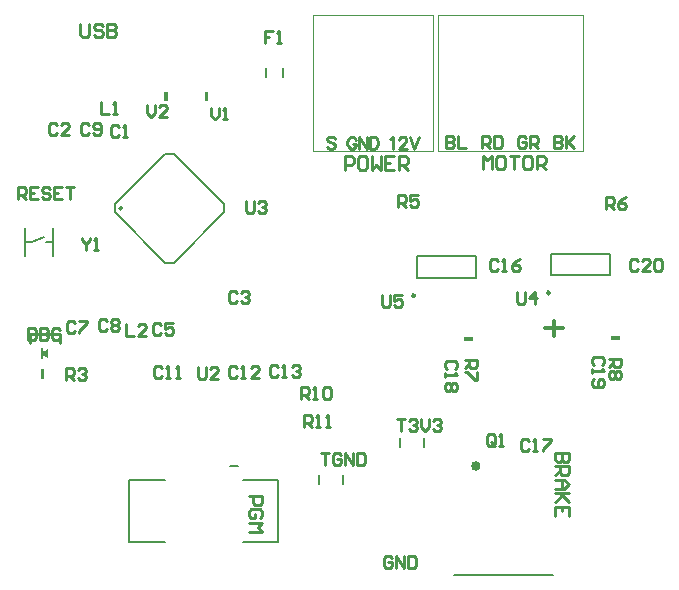
<source format=gto>
G04 Layer_Color=15065295*
%FSLAX25Y25*%
%MOIN*%
G70*
G01*
G75*
%ADD35C,0.00800*%
%ADD41C,0.01000*%
%ADD50C,0.01575*%
%ADD51C,0.00984*%
%ADD52C,0.00500*%
%ADD53C,0.00787*%
%ADD54C,0.00400*%
%ADD55C,0.01181*%
%ADD56C,0.00787*%
G36*
X557929Y1052545D02*
X554779D01*
Y1053726D01*
X557929D01*
Y1052545D01*
D02*
G37*
G36*
X414501Y1048671D02*
X416054Y1049835D01*
Y1046836D01*
X414501Y1048000D01*
Y1046585D01*
X413751D01*
Y1050086D01*
X414501D01*
Y1048671D01*
D02*
G37*
G36*
X414845Y1039861D02*
X413664D01*
Y1043010D01*
X414845D01*
Y1039861D01*
D02*
G37*
G36*
X469645Y1132461D02*
X468464D01*
Y1135610D01*
X469645D01*
Y1132461D01*
D02*
G37*
G36*
X456145D02*
X454964D01*
Y1135610D01*
X456145D01*
Y1132461D01*
D02*
G37*
G36*
X606929Y1052945D02*
X603779D01*
Y1054126D01*
X606929D01*
Y1052945D01*
D02*
G37*
D35*
X438559Y1095343D02*
X455262Y1078640D01*
X458046D01*
X474750Y1095343D01*
Y1098128D01*
X458046Y1114831D02*
X474750Y1098128D01*
X455262Y1114831D02*
X458046D01*
X438559Y1098128D02*
X455262Y1114831D01*
X438559Y1095343D02*
Y1098128D01*
D41*
X420054Y1051836D02*
Y1054836D01*
X410054D02*
X420054D01*
X410054Y1051836D02*
Y1054836D01*
X565120Y1018102D02*
Y1020768D01*
X564454Y1021434D01*
X563121D01*
X562454Y1020768D01*
Y1018102D01*
X563121Y1017435D01*
X564454D01*
X563787Y1018768D02*
X565120Y1017435D01*
X564454D02*
X565120Y1018102D01*
X566453Y1017435D02*
X567786D01*
X567119D01*
Y1021434D01*
X566453Y1020768D01*
X589753Y1015236D02*
X585254D01*
Y1012986D01*
X586004Y1012236D01*
X586754D01*
X587503Y1012986D01*
Y1015236D01*
Y1012986D01*
X588253Y1012236D01*
X589003D01*
X589753Y1012986D01*
Y1015236D01*
X585254Y1010737D02*
X589753D01*
Y1008488D01*
X589003Y1007738D01*
X587503D01*
X586754Y1008488D01*
Y1010737D01*
Y1009237D02*
X585254Y1007738D01*
Y1006238D02*
X588253D01*
X589753Y1004739D01*
X588253Y1003239D01*
X585254D01*
X587503D01*
Y1006238D01*
X589753Y1001740D02*
X585254D01*
X586754D01*
X589753Y998741D01*
X587503Y1000990D01*
X585254Y998741D01*
X589753Y994242D02*
Y997241D01*
X585254D01*
Y994242D01*
X587503Y997241D02*
Y995742D01*
X612720Y1079068D02*
X612053Y1079734D01*
X610721D01*
X610054Y1079068D01*
Y1076402D01*
X610721Y1075735D01*
X612053D01*
X612720Y1076402D01*
X616719Y1075735D02*
X614053D01*
X616719Y1078401D01*
Y1079068D01*
X616052Y1079734D01*
X614719D01*
X614053Y1079068D01*
X618051D02*
X618718Y1079734D01*
X620051D01*
X620717Y1079068D01*
Y1076402D01*
X620051Y1075735D01*
X618718D01*
X618051Y1076402D01*
Y1079068D01*
X433854Y1132234D02*
Y1128236D01*
X436520D01*
X437853D02*
X439186D01*
X438519D01*
Y1132234D01*
X437853Y1131568D01*
X572654Y1068834D02*
Y1065502D01*
X573321Y1064835D01*
X574653D01*
X575320Y1065502D01*
Y1068834D01*
X578652Y1064835D02*
Y1068834D01*
X576653Y1066835D01*
X579319D01*
X527454Y1067834D02*
Y1064502D01*
X528121Y1063836D01*
X529454D01*
X530120Y1064502D01*
Y1067834D01*
X534119D02*
X531453D01*
Y1065835D01*
X532786Y1066501D01*
X533452D01*
X534119Y1065835D01*
Y1064502D01*
X533452Y1063836D01*
X532119D01*
X531453Y1064502D01*
X466254Y1043934D02*
Y1040602D01*
X466921Y1039935D01*
X468254D01*
X468920Y1040602D01*
Y1043934D01*
X472919Y1039935D02*
X470253D01*
X472919Y1042601D01*
Y1043268D01*
X472252Y1043934D01*
X470919D01*
X470253Y1043268D01*
X603154Y1046535D02*
X607153D01*
Y1044536D01*
X606486Y1043870D01*
X605154D01*
X604487Y1044536D01*
Y1046535D01*
Y1045203D02*
X603154Y1043870D01*
X606486Y1042537D02*
X607153Y1041870D01*
Y1040537D01*
X606486Y1039871D01*
X605820D01*
X605154Y1040537D01*
X604487Y1039871D01*
X603821D01*
X603154Y1040537D01*
Y1041870D01*
X603821Y1042537D01*
X604487D01*
X605154Y1041870D01*
X605820Y1042537D01*
X606486D01*
X605154Y1041870D02*
Y1040537D01*
X555054Y1046035D02*
X559053D01*
Y1044036D01*
X558386Y1043370D01*
X557054D01*
X556387Y1044036D01*
Y1046035D01*
Y1044703D02*
X555054Y1043370D01*
X559053Y1042037D02*
Y1039371D01*
X558386D01*
X555721Y1042037D01*
X555054D01*
X602054Y1096535D02*
Y1100534D01*
X604053D01*
X604720Y1099868D01*
Y1098535D01*
X604053Y1097868D01*
X602054D01*
X603387D02*
X604720Y1096535D01*
X608719Y1100534D02*
X607386Y1099868D01*
X606053Y1098535D01*
Y1097202D01*
X606719Y1096535D01*
X608052D01*
X608719Y1097202D01*
Y1097868D01*
X608052Y1098535D01*
X606053D01*
X532754Y1097036D02*
Y1101034D01*
X534754D01*
X535420Y1100368D01*
Y1099035D01*
X534754Y1098368D01*
X532754D01*
X534087D02*
X535420Y1097036D01*
X539419Y1101034D02*
X536753D01*
Y1099035D01*
X538086Y1099701D01*
X538752D01*
X539419Y1099035D01*
Y1097702D01*
X538752Y1097036D01*
X537419D01*
X536753Y1097702D01*
X600886Y1044370D02*
X601553Y1045036D01*
Y1046369D01*
X600886Y1047036D01*
X598221D01*
X597554Y1046369D01*
Y1045036D01*
X598221Y1044370D01*
X597554Y1043037D02*
Y1041704D01*
Y1042370D01*
X601553D01*
X600886Y1043037D01*
X598221Y1039705D02*
X597554Y1039038D01*
Y1037705D01*
X598221Y1037039D01*
X600886D01*
X601553Y1037705D01*
Y1039038D01*
X600886Y1039705D01*
X600220D01*
X599553Y1039038D01*
Y1037039D01*
X551786Y1043330D02*
X552453Y1043996D01*
Y1045329D01*
X551786Y1045996D01*
X549121D01*
X548454Y1045329D01*
Y1043996D01*
X549121Y1043330D01*
X548454Y1041997D02*
Y1040664D01*
Y1041330D01*
X552453D01*
X551786Y1041997D01*
Y1038665D02*
X552453Y1037998D01*
Y1036665D01*
X551786Y1035999D01*
X551120D01*
X550454Y1036665D01*
X549787Y1035999D01*
X549121D01*
X548454Y1036665D01*
Y1037998D01*
X549121Y1038665D01*
X549787D01*
X550454Y1037998D01*
X551120Y1038665D01*
X551786D01*
X550454Y1037998D02*
Y1036665D01*
X566020Y1079268D02*
X565353Y1079934D01*
X564021D01*
X563354Y1079268D01*
Y1076602D01*
X564021Y1075935D01*
X565353D01*
X566020Y1076602D01*
X567353Y1075935D02*
X568686D01*
X568019D01*
Y1079934D01*
X567353Y1079268D01*
X573351Y1079934D02*
X572018Y1079268D01*
X570685Y1077935D01*
Y1076602D01*
X571351Y1075935D01*
X572684D01*
X573351Y1076602D01*
Y1077268D01*
X572684Y1077935D01*
X570685D01*
X492920Y1043768D02*
X492253Y1044434D01*
X490921D01*
X490254Y1043768D01*
Y1041102D01*
X490921Y1040436D01*
X492253D01*
X492920Y1041102D01*
X494253Y1040436D02*
X495586D01*
X494919D01*
Y1044434D01*
X494253Y1043768D01*
X497585D02*
X498251Y1044434D01*
X499584D01*
X500251Y1043768D01*
Y1043101D01*
X499584Y1042435D01*
X498918D01*
X499584D01*
X500251Y1041768D01*
Y1041102D01*
X499584Y1040436D01*
X498251D01*
X497585Y1041102D01*
X479220Y1043668D02*
X478553Y1044334D01*
X477221D01*
X476554Y1043668D01*
Y1041002D01*
X477221Y1040335D01*
X478553D01*
X479220Y1041002D01*
X480553Y1040335D02*
X481886D01*
X481219D01*
Y1044334D01*
X480553Y1043668D01*
X486551Y1040335D02*
X483885D01*
X486551Y1043001D01*
Y1043668D01*
X485884Y1044334D01*
X484551D01*
X483885Y1043668D01*
X454020Y1043368D02*
X453354Y1044034D01*
X452021D01*
X451354Y1043368D01*
Y1040702D01*
X452021Y1040036D01*
X453354D01*
X454020Y1040702D01*
X455353Y1040036D02*
X456686D01*
X456019D01*
Y1044034D01*
X455353Y1043368D01*
X458685Y1040036D02*
X460018D01*
X459351D01*
Y1044034D01*
X458685Y1043368D01*
X479020Y1068568D02*
X478354Y1069234D01*
X477021D01*
X476354Y1068568D01*
Y1065902D01*
X477021Y1065236D01*
X478354D01*
X479020Y1065902D01*
X480353Y1068568D02*
X481019Y1069234D01*
X482352D01*
X483019Y1068568D01*
Y1067901D01*
X482352Y1067235D01*
X481686D01*
X482352D01*
X483019Y1066568D01*
Y1065902D01*
X482352Y1065236D01*
X481019D01*
X480353Y1065902D01*
X439920Y1123968D02*
X439254Y1124634D01*
X437921D01*
X437254Y1123968D01*
Y1121302D01*
X437921Y1120636D01*
X439254D01*
X439920Y1121302D01*
X441253Y1120636D02*
X442586D01*
X441919D01*
Y1124634D01*
X441253Y1123968D01*
X426954Y1158334D02*
Y1154585D01*
X427704Y1153835D01*
X429203D01*
X429953Y1154585D01*
Y1158334D01*
X434452Y1157584D02*
X433702Y1158334D01*
X432202D01*
X431453Y1157584D01*
Y1156835D01*
X432202Y1156085D01*
X433702D01*
X434452Y1155335D01*
Y1154585D01*
X433702Y1153835D01*
X432202D01*
X431453Y1154585D01*
X435951Y1158334D02*
Y1153835D01*
X438201D01*
X438950Y1154585D01*
Y1155335D01*
X438201Y1156085D01*
X435951D01*
X438201D01*
X438950Y1156835D01*
Y1157584D01*
X438201Y1158334D01*
X435951D01*
X515054Y1109636D02*
Y1114134D01*
X517303D01*
X518053Y1113384D01*
Y1111885D01*
X517303Y1111135D01*
X515054D01*
X521802Y1114134D02*
X520302D01*
X519553Y1113384D01*
Y1110385D01*
X520302Y1109636D01*
X521802D01*
X522552Y1110385D01*
Y1113384D01*
X521802Y1114134D01*
X524051D02*
Y1109636D01*
X525551Y1111135D01*
X527050Y1109636D01*
Y1114134D01*
X531549D02*
X528550D01*
Y1109636D01*
X531549D01*
X528550Y1111885D02*
X530049D01*
X533048Y1109636D02*
Y1114134D01*
X535298D01*
X536047Y1113384D01*
Y1111885D01*
X535298Y1111135D01*
X533048D01*
X534548D02*
X536047Y1109636D01*
X561054Y1109836D02*
Y1114334D01*
X562554Y1112834D01*
X564053Y1114334D01*
Y1109836D01*
X567802Y1114334D02*
X566302D01*
X565553Y1113584D01*
Y1110585D01*
X566302Y1109836D01*
X567802D01*
X568552Y1110585D01*
Y1113584D01*
X567802Y1114334D01*
X570051D02*
X573050D01*
X571551D01*
Y1109836D01*
X576799Y1114334D02*
X575300D01*
X574550Y1113584D01*
Y1110585D01*
X575300Y1109836D01*
X576799D01*
X577549Y1110585D01*
Y1113584D01*
X576799Y1114334D01*
X579048Y1109836D02*
Y1114334D01*
X581298D01*
X582047Y1113584D01*
Y1112085D01*
X581298Y1111335D01*
X579048D01*
X580548D02*
X582047Y1109836D01*
X427354Y1086834D02*
Y1086168D01*
X428687Y1084835D01*
X430020Y1086168D01*
Y1086834D01*
X428687Y1084835D02*
Y1082835D01*
X431353D02*
X432686D01*
X432019D01*
Y1086834D01*
X431353Y1086168D01*
X482154Y1099134D02*
Y1095802D01*
X482821Y1095135D01*
X484154D01*
X484820Y1095802D01*
Y1099134D01*
X486153Y1098468D02*
X486819Y1099134D01*
X488152D01*
X488819Y1098468D01*
Y1097801D01*
X488152Y1097135D01*
X487486D01*
X488152D01*
X488819Y1096468D01*
Y1095802D01*
X488152Y1095135D01*
X486819D01*
X486153Y1095802D01*
X406054Y1099936D02*
Y1103934D01*
X408053D01*
X408720Y1103268D01*
Y1101935D01*
X408053Y1101268D01*
X406054D01*
X407387D02*
X408720Y1099936D01*
X412719Y1103934D02*
X410053D01*
Y1099936D01*
X412719D01*
X410053Y1101935D02*
X411386D01*
X416717Y1103268D02*
X416051Y1103934D01*
X414718D01*
X414051Y1103268D01*
Y1102601D01*
X414718Y1101935D01*
X416051D01*
X416717Y1101268D01*
Y1100602D01*
X416051Y1099936D01*
X414718D01*
X414051Y1100602D01*
X420716Y1103934D02*
X418050D01*
Y1099936D01*
X420716D01*
X418050Y1101935D02*
X419383D01*
X422049Y1103934D02*
X424715D01*
X423382D01*
Y1099936D01*
X422254Y1039435D02*
Y1043434D01*
X424254D01*
X424920Y1042768D01*
Y1041435D01*
X424254Y1040768D01*
X422254D01*
X423587D02*
X424920Y1039435D01*
X426253Y1042768D02*
X426919Y1043434D01*
X428252D01*
X428919Y1042768D01*
Y1042101D01*
X428252Y1041435D01*
X427586D01*
X428252D01*
X428919Y1040768D01*
Y1040102D01*
X428252Y1039435D01*
X426919D01*
X426253Y1040102D01*
X483054Y1000836D02*
X487553D01*
Y998586D01*
X486803Y997836D01*
X485303D01*
X484554Y998586D01*
Y1000836D01*
X486803Y993338D02*
X487553Y994088D01*
Y995587D01*
X486803Y996337D01*
X483804D01*
X483054Y995587D01*
Y994088D01*
X483804Y993338D01*
X485303D01*
Y994837D01*
X483054Y991838D02*
X487553D01*
X486053Y990339D01*
X487553Y988839D01*
X483054D01*
X442254Y1058334D02*
Y1054335D01*
X444920D01*
X448919D02*
X446253D01*
X448919Y1057001D01*
Y1057668D01*
X448252Y1058334D01*
X446919D01*
X446253Y1057668D01*
X409654Y1056734D02*
Y1052736D01*
X411654D01*
X412320Y1053402D01*
Y1056068D01*
X411654Y1056734D01*
X409654D01*
X413653D02*
Y1052736D01*
X415652D01*
X416319Y1053402D01*
Y1054068D01*
X415652Y1054735D01*
X413653D01*
X415652D01*
X416319Y1055401D01*
Y1056068D01*
X415652Y1056734D01*
X413653D01*
X420317Y1056068D02*
X419651Y1056734D01*
X418318D01*
X417652Y1056068D01*
Y1053402D01*
X418318Y1052736D01*
X419651D01*
X420317Y1053402D01*
Y1054735D01*
X418984D01*
X576520Y1019068D02*
X575853Y1019734D01*
X574521D01*
X573854Y1019068D01*
Y1016402D01*
X574521Y1015736D01*
X575853D01*
X576520Y1016402D01*
X577853Y1015736D02*
X579186D01*
X578519D01*
Y1019734D01*
X577853Y1019068D01*
X581185Y1019734D02*
X583851D01*
Y1019068D01*
X581185Y1016402D01*
Y1015736D01*
X429920Y1124368D02*
X429253Y1125034D01*
X427921D01*
X427254Y1124368D01*
Y1121702D01*
X427921Y1121035D01*
X429253D01*
X429920Y1121702D01*
X431253D02*
X431919Y1121035D01*
X433252D01*
X433919Y1121702D01*
Y1124368D01*
X433252Y1125034D01*
X431919D01*
X431253Y1124368D01*
Y1123701D01*
X431919Y1123035D01*
X433919D01*
X435820Y1059168D02*
X435153Y1059834D01*
X433821D01*
X433154Y1059168D01*
Y1056502D01*
X433821Y1055836D01*
X435153D01*
X435820Y1056502D01*
X437153Y1059168D02*
X437819Y1059834D01*
X439152D01*
X439819Y1059168D01*
Y1058501D01*
X439152Y1057835D01*
X439819Y1057168D01*
Y1056502D01*
X439152Y1055836D01*
X437819D01*
X437153Y1056502D01*
Y1057168D01*
X437819Y1057835D01*
X437153Y1058501D01*
Y1059168D01*
X437819Y1057835D02*
X439152D01*
X425220Y1058568D02*
X424553Y1059234D01*
X423221D01*
X422554Y1058568D01*
Y1055902D01*
X423221Y1055235D01*
X424553D01*
X425220Y1055902D01*
X426553Y1059234D02*
X429219D01*
Y1058568D01*
X426553Y1055902D01*
Y1055235D01*
X453720Y1057768D02*
X453054Y1058434D01*
X451721D01*
X451054Y1057768D01*
Y1055102D01*
X451721Y1054436D01*
X453054D01*
X453720Y1055102D01*
X457719Y1058434D02*
X455053D01*
Y1056435D01*
X456386Y1057101D01*
X457052D01*
X457719Y1056435D01*
Y1055102D01*
X457052Y1054436D01*
X455719D01*
X455053Y1055102D01*
X419320Y1124568D02*
X418653Y1125234D01*
X417321D01*
X416654Y1124568D01*
Y1121902D01*
X417321Y1121235D01*
X418653D01*
X419320Y1121902D01*
X423319Y1121235D02*
X420653D01*
X423319Y1123901D01*
Y1124568D01*
X422652Y1125234D01*
X421319D01*
X420653Y1124568D01*
X491320Y1155834D02*
X488654D01*
Y1153835D01*
X489987D01*
X488654D01*
Y1151836D01*
X492653D02*
X493986D01*
X493319D01*
Y1155834D01*
X492653Y1155168D01*
X530820Y980268D02*
X530154Y980934D01*
X528821D01*
X528154Y980268D01*
Y977602D01*
X528821Y976935D01*
X530154D01*
X530820Y977602D01*
Y978935D01*
X529487D01*
X532153Y976935D02*
Y980934D01*
X534819Y976935D01*
Y980934D01*
X536152D02*
Y976935D01*
X538151D01*
X538817Y977602D01*
Y980268D01*
X538151Y980934D01*
X536152D01*
X470454Y1130334D02*
Y1127668D01*
X471787Y1126336D01*
X473120Y1127668D01*
Y1130334D01*
X474453Y1126336D02*
X475786D01*
X475119D01*
Y1130334D01*
X474453Y1129668D01*
X449254Y1131034D02*
Y1128368D01*
X450587Y1127036D01*
X451920Y1128368D01*
Y1131034D01*
X455919Y1127036D02*
X453253D01*
X455919Y1129701D01*
Y1130368D01*
X455252Y1131034D01*
X453919D01*
X453253Y1130368D01*
X500454Y1033035D02*
Y1037034D01*
X502454D01*
X503120Y1036368D01*
Y1035035D01*
X502454Y1034368D01*
X500454D01*
X501787D02*
X503120Y1033035D01*
X504453D02*
X505786D01*
X505119D01*
Y1037034D01*
X504453Y1036368D01*
X507785D02*
X508452Y1037034D01*
X509784D01*
X510451Y1036368D01*
Y1033702D01*
X509784Y1033035D01*
X508452D01*
X507785Y1033702D01*
Y1036368D01*
X501654Y1023835D02*
Y1027834D01*
X503653D01*
X504320Y1027168D01*
Y1025835D01*
X503653Y1025168D01*
X501654D01*
X502987D02*
X504320Y1023835D01*
X505653D02*
X506986D01*
X506319D01*
Y1027834D01*
X505653Y1027168D01*
X508985Y1023835D02*
X510318D01*
X509652D01*
Y1027834D01*
X508985Y1027168D01*
X532654Y1026434D02*
X535320D01*
X533987D01*
Y1022435D01*
X536653Y1025768D02*
X537319Y1026434D01*
X538652D01*
X539319Y1025768D01*
Y1025101D01*
X538652Y1024435D01*
X537986D01*
X538652D01*
X539319Y1023768D01*
Y1023102D01*
X538652Y1022435D01*
X537319D01*
X536653Y1023102D01*
X540652Y1026434D02*
Y1023768D01*
X541984Y1022435D01*
X543317Y1023768D01*
Y1026434D01*
X544650Y1025768D02*
X545317Y1026434D01*
X546650D01*
X547316Y1025768D01*
Y1025101D01*
X546650Y1024435D01*
X545983D01*
X546650D01*
X547316Y1023768D01*
Y1023102D01*
X546650Y1022435D01*
X545317D01*
X544650Y1023102D01*
X507304Y1015284D02*
X509970D01*
X508637D01*
Y1011285D01*
X513969Y1014618D02*
X513302Y1015284D01*
X511969D01*
X511303Y1014618D01*
Y1011952D01*
X511969Y1011285D01*
X513302D01*
X513969Y1011952D01*
Y1013285D01*
X512636D01*
X515302Y1011285D02*
Y1015284D01*
X517967Y1011285D01*
Y1015284D01*
X519300D02*
Y1011285D01*
X521300D01*
X521966Y1011952D01*
Y1014618D01*
X521300Y1015284D01*
X519300D01*
X548954Y1120834D02*
Y1116835D01*
X550953D01*
X551620Y1117502D01*
Y1118168D01*
X550953Y1118835D01*
X548954D01*
X550953D01*
X551620Y1119501D01*
Y1120168D01*
X550953Y1120834D01*
X548954D01*
X552953D02*
Y1116835D01*
X555619D01*
X560950D02*
Y1120834D01*
X562950D01*
X563616Y1120168D01*
Y1118835D01*
X562950Y1118168D01*
X560950D01*
X562283D02*
X563616Y1116835D01*
X564949Y1120834D02*
Y1116835D01*
X566948D01*
X567615Y1117502D01*
Y1120168D01*
X566948Y1120834D01*
X564949D01*
X575612Y1120168D02*
X574946Y1120834D01*
X573613D01*
X572946Y1120168D01*
Y1117502D01*
X573613Y1116835D01*
X574946D01*
X575612Y1117502D01*
Y1118835D01*
X574279D01*
X576945Y1116835D02*
Y1120834D01*
X578944D01*
X579611Y1120168D01*
Y1118835D01*
X578944Y1118168D01*
X576945D01*
X578278D02*
X579611Y1116835D01*
X584942Y1120834D02*
Y1116835D01*
X586942D01*
X587608Y1117502D01*
Y1118168D01*
X586942Y1118835D01*
X584942D01*
X586942D01*
X587608Y1119501D01*
Y1120168D01*
X586942Y1120834D01*
X584942D01*
X588941D02*
Y1116835D01*
Y1118168D01*
X591607Y1120834D01*
X589608Y1118835D01*
X591607Y1116835D01*
X511920Y1119963D02*
X511539Y1120344D01*
X510968Y1120535D01*
X510206D01*
X509635Y1120344D01*
X509254Y1119963D01*
Y1119582D01*
X509445Y1119202D01*
X509635Y1119011D01*
X510016Y1118821D01*
X511159Y1118440D01*
X511539Y1118249D01*
X511730Y1118059D01*
X511920Y1117678D01*
Y1117107D01*
X511539Y1116726D01*
X510968Y1116535D01*
X510206D01*
X509635Y1116726D01*
X509254Y1117107D01*
X518814Y1119582D02*
X518623Y1119963D01*
X518243Y1120344D01*
X517862Y1120535D01*
X517100D01*
X516719Y1120344D01*
X516338Y1119963D01*
X516148Y1119582D01*
X515957Y1119011D01*
Y1118059D01*
X516148Y1117488D01*
X516338Y1117107D01*
X516719Y1116726D01*
X517100Y1116535D01*
X517862D01*
X518243Y1116726D01*
X518623Y1117107D01*
X518814Y1117488D01*
Y1118059D01*
X517862D02*
X518814D01*
X519728Y1120535D02*
Y1116535D01*
Y1120535D02*
X522394Y1116535D01*
Y1120535D02*
Y1116535D01*
X523499Y1120535D02*
Y1116535D01*
Y1120535D02*
X524832D01*
X525403Y1120344D01*
X525784Y1119963D01*
X525974Y1119582D01*
X526165Y1119011D01*
Y1118059D01*
X525974Y1117488D01*
X525784Y1117107D01*
X525403Y1116726D01*
X524832Y1116535D01*
X523499D01*
X530202Y1119773D02*
X530583Y1119963D01*
X531154Y1120535D01*
Y1116535D01*
X533325Y1119582D02*
Y1119773D01*
X533516Y1120154D01*
X533706Y1120344D01*
X534087Y1120535D01*
X534849D01*
X535229Y1120344D01*
X535420Y1120154D01*
X535610Y1119773D01*
Y1119392D01*
X535420Y1119011D01*
X535039Y1118440D01*
X533135Y1116535D01*
X535801D01*
X536696Y1120535D02*
X538219Y1116535D01*
X539743Y1120535D02*
X538219Y1116535D01*
D50*
X559549Y1010841D02*
G03*
X559549Y1010841I-787J0D01*
G01*
D51*
X538500Y1067687D02*
G03*
X538500Y1067687I-492J0D01*
G01*
X583400Y1068587D02*
G03*
X583400Y1068587I-492J0D01*
G01*
D52*
X440950Y1096735D02*
G03*
X440950Y1096735I-559J0D01*
G01*
X551502Y974436D02*
X584380D01*
X410792Y1085536D02*
X414729Y1087111D01*
X415516Y1085536D02*
X417878D01*
X408430D02*
X410792D01*
X408430Y1080812D02*
Y1085536D01*
Y1090259D01*
X417878Y1080812D02*
Y1085536D01*
Y1090259D01*
X443251Y985599D02*
X455062D01*
X443251Y1006072D02*
X455062D01*
X481046Y985599D02*
X492857D01*
Y1006072D01*
X481046D02*
X492857D01*
X443251Y985599D02*
Y1006072D01*
D53*
X558697Y1073592D02*
Y1080679D01*
X539012Y1073592D02*
Y1080679D01*
X558697D01*
X539012Y1073592D02*
X558697D01*
X583912Y1074492D02*
X603597D01*
X583912Y1081579D02*
X603597D01*
X583912Y1074492D02*
Y1081579D01*
X603597Y1074492D02*
Y1081579D01*
X488701Y1140461D02*
Y1143610D01*
X494607Y1140461D02*
Y1143610D01*
X533354Y1017086D02*
Y1020236D01*
X541354Y1017086D02*
Y1020236D01*
X506654Y1004686D02*
Y1007835D01*
X514654Y1004686D02*
Y1007835D01*
D54*
X546154Y1115736D02*
X594654D01*
X546154D02*
Y1161236D01*
X594654Y1161235D01*
Y1115736D02*
Y1161235D01*
X504654Y1115736D02*
X544654D01*
X504654D02*
Y1161236D01*
X544654Y1161235D01*
Y1115736D02*
Y1161235D01*
D55*
X584854Y1054235D02*
Y1059235D01*
X581854Y1056736D02*
X587854D01*
D56*
X476716Y1010796D02*
X479471D01*
M02*

</source>
